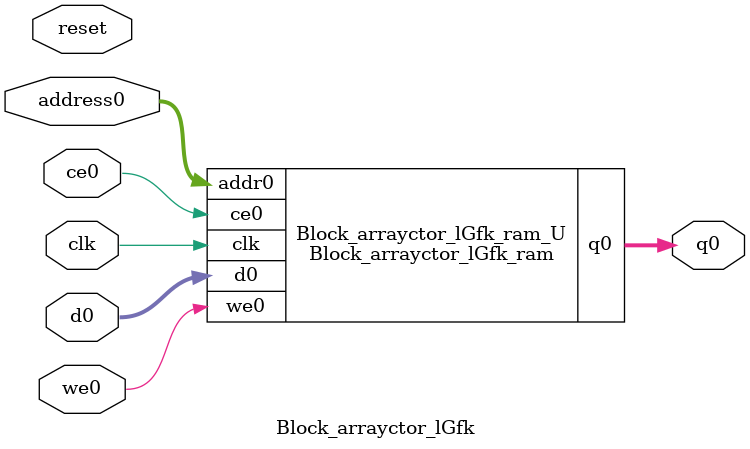
<source format=v>
`timescale 1 ns / 1 ps
module Block_arrayctor_lGfk_ram (addr0, ce0, d0, we0, q0,  clk);

parameter DWIDTH = 5;
parameter AWIDTH = 12;
parameter MEM_SIZE = 2592;

input[AWIDTH-1:0] addr0;
input ce0;
input[DWIDTH-1:0] d0;
input we0;
output reg[DWIDTH-1:0] q0;
input clk;

(* ram_style = "block" *)reg [DWIDTH-1:0] ram[0:MEM_SIZE-1];




always @(posedge clk)  
begin 
    if (ce0) begin
        if (we0) 
            ram[addr0] <= d0; 
        q0 <= ram[addr0];
    end
end


endmodule

`timescale 1 ns / 1 ps
module Block_arrayctor_lGfk(
    reset,
    clk,
    address0,
    ce0,
    we0,
    d0,
    q0);

parameter DataWidth = 32'd5;
parameter AddressRange = 32'd2592;
parameter AddressWidth = 32'd12;
input reset;
input clk;
input[AddressWidth - 1:0] address0;
input ce0;
input we0;
input[DataWidth - 1:0] d0;
output[DataWidth - 1:0] q0;



Block_arrayctor_lGfk_ram Block_arrayctor_lGfk_ram_U(
    .clk( clk ),
    .addr0( address0 ),
    .ce0( ce0 ),
    .we0( we0 ),
    .d0( d0 ),
    .q0( q0 ));

endmodule


</source>
